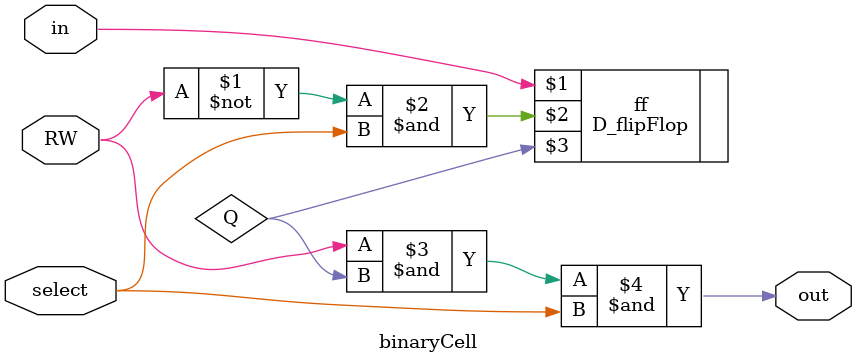
<source format=v>
module binaryCell(out, in, select, RW);
output out;
input in, select, RW;
wire Q;

D_flipFlop ff(in, (~RW & select), Q);
assign out = RW & Q & select;

endmodule
</source>
